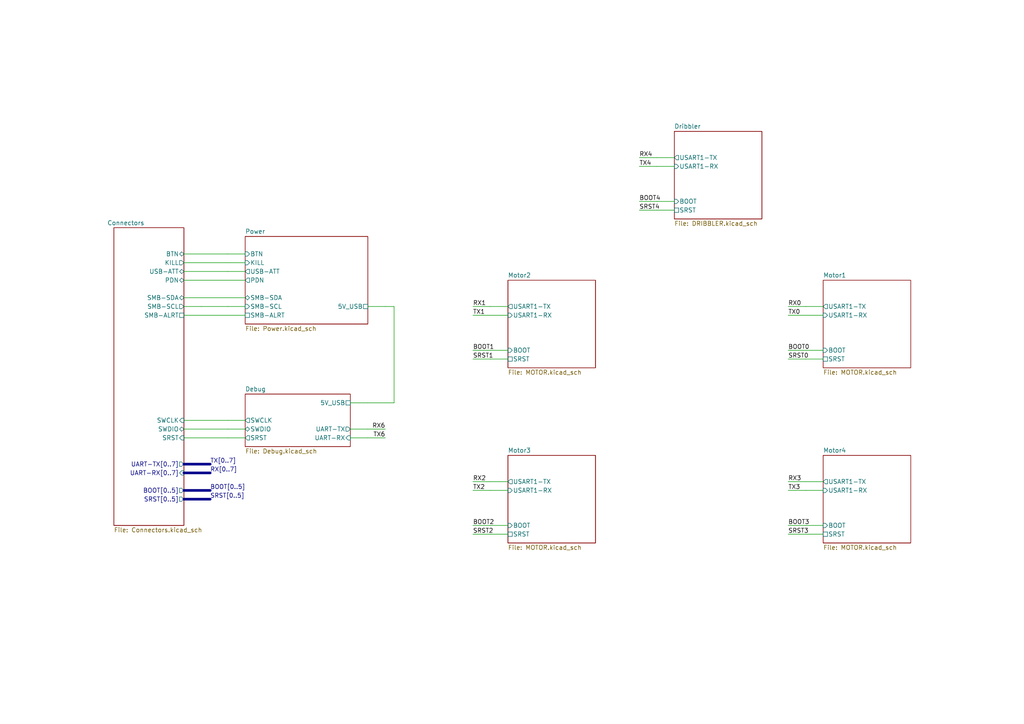
<source format=kicad_sch>
(kicad_sch
	(version 20250114)
	(generator "eeschema")
	(generator_version "9.0")
	(uuid "79f26ed0-534b-4e1a-bd50-756791f4dd9a")
	(paper "A4")
	(lib_symbols)
	(wire
		(pts
			(xy 147.32 154.94) (xy 142.24 154.94)
		)
		(stroke
			(width 0)
			(type default)
		)
		(uuid "0018bb53-0ed4-4570-85ff-48ff787d44d2")
	)
	(wire
		(pts
			(xy 137.16 104.14) (xy 142.24 104.14)
		)
		(stroke
			(width 0.1524)
			(type solid)
		)
		(uuid "04b47737-97ff-4129-9261-2e1431d339b1")
	)
	(wire
		(pts
			(xy 147.32 88.9) (xy 142.24 88.9)
		)
		(stroke
			(width 0)
			(type default)
		)
		(uuid "0733a441-af93-43b0-8413-5633601ca8bc")
	)
	(wire
		(pts
			(xy 147.32 104.14) (xy 142.24 104.14)
		)
		(stroke
			(width 0)
			(type default)
		)
		(uuid "0819bd61-fdf3-4a19-ac0e-f1aa11f8d66d")
	)
	(wire
		(pts
			(xy 71.12 86.36) (xy 66.04 86.36)
		)
		(stroke
			(width 0)
			(type default)
		)
		(uuid "0886c56d-b145-4fe1-aaf8-a6ab05995431")
	)
	(wire
		(pts
			(xy 53.34 86.36) (xy 66.04 86.36)
		)
		(stroke
			(width 0.1524)
			(type solid)
		)
		(uuid "0c2cdbb7-ed6f-49d6-a6f2-f7f936d48c69")
	)
	(wire
		(pts
			(xy 228.6 91.44) (xy 233.68 91.44)
		)
		(stroke
			(width 0.1524)
			(type solid)
		)
		(uuid "0ced4a12-a56d-4a22-b585-3d7826501049")
	)
	(wire
		(pts
			(xy 228.6 152.4) (xy 233.68 152.4)
		)
		(stroke
			(width 0.1524)
			(type solid)
		)
		(uuid "0f59105b-5049-48a4-a5f6-156d6c46a3de")
	)
	(wire
		(pts
			(xy 137.16 154.94) (xy 142.24 154.94)
		)
		(stroke
			(width 0.1524)
			(type solid)
		)
		(uuid "1055ffcb-5871-4335-b468-ce2021e3e12c")
	)
	(wire
		(pts
			(xy 53.34 76.2) (xy 66.04 76.2)
		)
		(stroke
			(width 0.1524)
			(type solid)
		)
		(uuid "1248fb66-361a-4cee-a3b8-d867abddfcb5")
	)
	(wire
		(pts
			(xy 185.42 45.72) (xy 190.5 45.72)
		)
		(stroke
			(width 0.1524)
			(type solid)
		)
		(uuid "156baee6-f445-4f3e-8831-b5a360f15050")
	)
	(wire
		(pts
			(xy 195.58 45.72) (xy 190.5 45.72)
		)
		(stroke
			(width 0)
			(type default)
		)
		(uuid "16a64bca-7357-4fad-92b2-1c05cb218e33")
	)
	(wire
		(pts
			(xy 53.34 121.92) (xy 66.04 121.92)
		)
		(stroke
			(width 0.1524)
			(type solid)
		)
		(uuid "1ab8ef96-8c6c-4d2d-b762-7e44b4b4aa8c")
	)
	(bus
		(pts
			(xy 53.34 144.78) (xy 60.96 144.78)
		)
		(stroke
			(width 0.762)
			(type solid)
		)
		(uuid "1d22ebbd-26ae-470b-9f78-1bd9904f960c")
	)
	(wire
		(pts
			(xy 147.32 101.6) (xy 142.24 101.6)
		)
		(stroke
			(width 0)
			(type default)
		)
		(uuid "20c88644-b07b-4489-b708-141a2668888e")
	)
	(bus
		(pts
			(xy 53.34 142.24) (xy 60.96 142.24)
		)
		(stroke
			(width 0.762)
			(type solid)
		)
		(uuid "24e9cf41-b35f-4538-ac48-1713ffb43bef")
	)
	(wire
		(pts
			(xy 101.6 116.84) (xy 106.68 116.84)
		)
		(stroke
			(width 0)
			(type default)
		)
		(uuid "27dd683e-32ca-4a05-807e-1804c5ee478a")
	)
	(wire
		(pts
			(xy 195.58 60.96) (xy 190.5 60.96)
		)
		(stroke
			(width 0)
			(type default)
		)
		(uuid "28f3d808-46f1-4466-ac78-e19c6a8b27e3")
	)
	(wire
		(pts
			(xy 71.12 127) (xy 66.04 127)
		)
		(stroke
			(width 0)
			(type default)
		)
		(uuid "32f635cb-5283-4fb7-8938-777980d76a7c")
	)
	(wire
		(pts
			(xy 238.76 88.9) (xy 233.68 88.9)
		)
		(stroke
			(width 0)
			(type default)
		)
		(uuid "36c52b9c-e197-43df-bc7e-875297fc7f9b")
	)
	(wire
		(pts
			(xy 228.6 154.94) (xy 233.68 154.94)
		)
		(stroke
			(width 0.1524)
			(type solid)
		)
		(uuid "41810bc1-5778-49fe-a7fe-0154fe79a73e")
	)
	(wire
		(pts
			(xy 137.16 91.44) (xy 142.24 91.44)
		)
		(stroke
			(width 0.1524)
			(type solid)
		)
		(uuid "483edead-8ff2-4f0e-877c-3abe4f22ccfa")
	)
	(wire
		(pts
			(xy 71.12 124.46) (xy 66.04 124.46)
		)
		(stroke
			(width 0)
			(type default)
		)
		(uuid "4f0729b0-2da8-4753-a141-204b0cb8df02")
	)
	(wire
		(pts
			(xy 137.16 142.24) (xy 142.24 142.24)
		)
		(stroke
			(width 0.1524)
			(type solid)
		)
		(uuid "4f2d7f7c-b81d-4b92-b65c-9b5d8b50e771")
	)
	(wire
		(pts
			(xy 53.34 73.66) (xy 66.04 73.66)
		)
		(stroke
			(width 0.1524)
			(type solid)
		)
		(uuid "52f0cab5-2318-4255-be45-bd3caf6dcae3")
	)
	(wire
		(pts
			(xy 53.34 88.9) (xy 58.42 88.9)
		)
		(stroke
			(width 0)
			(type default)
		)
		(uuid "55eb4c1b-6d27-4a3c-a1d8-248943ec54e8")
	)
	(wire
		(pts
			(xy 238.76 152.4) (xy 233.68 152.4)
		)
		(stroke
			(width 0)
			(type default)
		)
		(uuid "58492ed9-2dc6-4808-a6fb-d197bb36cc7a")
	)
	(wire
		(pts
			(xy 147.32 91.44) (xy 142.24 91.44)
		)
		(stroke
			(width 0)
			(type default)
		)
		(uuid "5c2ce944-4333-42a0-95fd-f69920c99054")
	)
	(wire
		(pts
			(xy 238.76 142.24) (xy 233.68 142.24)
		)
		(stroke
			(width 0)
			(type default)
		)
		(uuid "675b1795-bd92-41a5-92ae-4cd6a5919b5a")
	)
	(wire
		(pts
			(xy 185.42 60.96) (xy 190.5 60.96)
		)
		(stroke
			(width 0.1524)
			(type solid)
		)
		(uuid "742b6981-4856-450c-8492-890c77cadec2")
	)
	(wire
		(pts
			(xy 53.34 127) (xy 66.04 127)
		)
		(stroke
			(width 0.1524)
			(type solid)
		)
		(uuid "76cc7c6f-2c6b-4b1c-b897-2def77c12fa8")
	)
	(wire
		(pts
			(xy 106.68 127) (xy 111.76 127)
		)
		(stroke
			(width 0.1524)
			(type solid)
		)
		(uuid "7a6fc956-759b-4ed8-865f-1a54031099f3")
	)
	(wire
		(pts
			(xy 71.12 121.92) (xy 66.04 121.92)
		)
		(stroke
			(width 0)
			(type default)
		)
		(uuid "7b277eb0-9db3-44dc-a91b-1b4317a2f8d0")
	)
	(wire
		(pts
			(xy 71.12 91.44) (xy 66.04 91.44)
		)
		(stroke
			(width 0)
			(type default)
		)
		(uuid "7d9388a7-35fd-48e0-a550-83f1c522e4f4")
	)
	(wire
		(pts
			(xy 195.58 58.42) (xy 190.5 58.42)
		)
		(stroke
			(width 0)
			(type default)
		)
		(uuid "821aee21-ff86-46c0-af31-f6d39acb68e2")
	)
	(wire
		(pts
			(xy 147.32 142.24) (xy 142.24 142.24)
		)
		(stroke
			(width 0)
			(type default)
		)
		(uuid "83127a59-328a-48e4-8b33-ccf2c19717b2")
	)
	(wire
		(pts
			(xy 238.76 91.44) (xy 233.68 91.44)
		)
		(stroke
			(width 0)
			(type default)
		)
		(uuid "84a3768d-55df-4ee0-8dc9-9ff19de803b1")
	)
	(wire
		(pts
			(xy 101.6 124.46) (xy 106.68 124.46)
		)
		(stroke
			(width 0)
			(type default)
		)
		(uuid "84a4b580-0ee2-4cb8-b4ed-413f12f0211d")
	)
	(wire
		(pts
			(xy 238.76 101.6) (xy 233.68 101.6)
		)
		(stroke
			(width 0)
			(type default)
		)
		(uuid "84eab5cc-8ebb-49c1-bab6-b4f7f6975472")
	)
	(wire
		(pts
			(xy 53.34 91.44) (xy 66.04 91.44)
		)
		(stroke
			(width 0.1524)
			(type solid)
		)
		(uuid "8ee3f6b9-91e9-4439-a5b1-1e90adf5312e")
	)
	(wire
		(pts
			(xy 53.34 81.28) (xy 66.04 81.28)
		)
		(stroke
			(width 0.1524)
			(type solid)
		)
		(uuid "90d332e8-cf95-48c4-bc49-eb84cfc138a1")
	)
	(bus
		(pts
			(xy 53.34 134.62) (xy 60.96 134.62)
		)
		(stroke
			(width 0.762)
			(type solid)
		)
		(uuid "92b616fb-978c-463f-a222-2080b9ba05fe")
	)
	(wire
		(pts
			(xy 137.16 139.7) (xy 142.24 139.7)
		)
		(stroke
			(width 0.1524)
			(type solid)
		)
		(uuid "963d1c20-d4fd-4ac7-89b3-d377f896b400")
	)
	(wire
		(pts
			(xy 71.12 78.74) (xy 66.04 78.74)
		)
		(stroke
			(width 0)
			(type default)
		)
		(uuid "967607df-a314-4308-a4af-5fb2868dd527")
	)
	(wire
		(pts
			(xy 147.32 152.4) (xy 142.24 152.4)
		)
		(stroke
			(width 0)
			(type default)
		)
		(uuid "9e28a840-9e4e-4e82-9832-44b2705e293b")
	)
	(wire
		(pts
			(xy 101.6 127) (xy 106.68 127)
		)
		(stroke
			(width 0)
			(type default)
		)
		(uuid "a19c83bd-a47b-487c-9071-489441d304bf")
	)
	(wire
		(pts
			(xy 228.6 139.7) (xy 233.68 139.7)
		)
		(stroke
			(width 0.1524)
			(type solid)
		)
		(uuid "a387fc36-d01c-4584-bd39-8ca535debf35")
	)
	(wire
		(pts
			(xy 114.3 116.84) (xy 106.68 116.84)
		)
		(stroke
			(width 0.1524)
			(type solid)
		)
		(uuid "a8927f6d-d15b-4c38-86f2-e65a4dd5d21e")
	)
	(wire
		(pts
			(xy 71.12 88.9) (xy 66.04 88.9)
		)
		(stroke
			(width 0)
			(type default)
		)
		(uuid "aa1f1f52-8d53-4e29-8006-05c4ede2ee62")
	)
	(wire
		(pts
			(xy 185.42 58.42) (xy 190.5 58.42)
		)
		(stroke
			(width 0.1524)
			(type solid)
		)
		(uuid "ad92e86c-de4c-4e88-8237-dc1ecbb47f04")
	)
	(wire
		(pts
			(xy 106.68 124.46) (xy 111.76 124.46)
		)
		(stroke
			(width 0.1524)
			(type solid)
		)
		(uuid "af345663-898d-49d5-a582-232dab49644b")
	)
	(wire
		(pts
			(xy 238.76 139.7) (xy 233.68 139.7)
		)
		(stroke
			(width 0)
			(type default)
		)
		(uuid "b67c5e37-58d1-4838-825d-4667c1659aae")
	)
	(wire
		(pts
			(xy 238.76 154.94) (xy 233.68 154.94)
		)
		(stroke
			(width 0)
			(type default)
		)
		(uuid "b867e324-62e9-4c42-b9e4-88777cfc558a")
	)
	(wire
		(pts
			(xy 71.12 81.28) (xy 66.04 81.28)
		)
		(stroke
			(width 0)
			(type default)
		)
		(uuid "b9e17b37-b232-4263-a9ce-9ac1d6fc3a50")
	)
	(wire
		(pts
			(xy 147.32 139.7) (xy 142.24 139.7)
		)
		(stroke
			(width 0)
			(type default)
		)
		(uuid "ba708528-251e-4e29-ac1b-06473f9e5648")
	)
	(wire
		(pts
			(xy 111.76 88.9) (xy 114.3 88.9)
		)
		(stroke
			(width 0.1524)
			(type solid)
		)
		(uuid "be29b184-d94e-4c94-8b1a-d441cb690e6c")
	)
	(wire
		(pts
			(xy 228.6 88.9) (xy 233.68 88.9)
		)
		(stroke
			(width 0.1524)
			(type solid)
		)
		(uuid "bf90cff3-7c8e-47e0-829d-53ad48291c46")
	)
	(wire
		(pts
			(xy 71.12 73.66) (xy 66.04 73.66)
		)
		(stroke
			(width 0)
			(type default)
		)
		(uuid "bfc9690b-1f5d-4ae5-903d-f2a967234dda")
	)
	(wire
		(pts
			(xy 114.3 88.9) (xy 114.3 116.84)
		)
		(stroke
			(width 0.1524)
			(type solid)
		)
		(uuid "c18eea05-5e8c-4dd4-8192-9a743c57d1b9")
	)
	(wire
		(pts
			(xy 238.76 104.14) (xy 233.68 104.14)
		)
		(stroke
			(width 0)
			(type default)
		)
		(uuid "cc89e13a-dd08-4f0a-8e5e-e8058d4f5878")
	)
	(bus
		(pts
			(xy 53.34 137.16) (xy 60.96 137.16)
		)
		(stroke
			(width 0.762)
			(type solid)
		)
		(uuid "cdd9f68f-d007-411f-b9fc-bcff093a130e")
	)
	(wire
		(pts
			(xy 228.6 142.24) (xy 233.68 142.24)
		)
		(stroke
			(width 0.1524)
			(type solid)
		)
		(uuid "d018a33d-9f05-4900-a561-ffd811b12bcb")
	)
	(wire
		(pts
			(xy 137.16 88.9) (xy 142.24 88.9)
		)
		(stroke
			(width 0.1524)
			(type solid)
		)
		(uuid "d5237cc0-ba72-486a-a5d7-50904035917e")
	)
	(wire
		(pts
			(xy 137.16 152.4) (xy 142.24 152.4)
		)
		(stroke
			(width 0.1524)
			(type solid)
		)
		(uuid "db3b95c7-918e-4e03-8fe6-660a41a96402")
	)
	(wire
		(pts
			(xy 185.42 48.26) (xy 190.5 48.26)
		)
		(stroke
			(width 0.1524)
			(type solid)
		)
		(uuid "e39d2519-0993-44b3-ab2b-995efa51ddca")
	)
	(wire
		(pts
			(xy 137.16 101.6) (xy 142.24 101.6)
		)
		(stroke
			(width 0.1524)
			(type solid)
		)
		(uuid "e402211c-a0ca-480d-87d4-7781ab7eb5c6")
	)
	(wire
		(pts
			(xy 228.6 104.14) (xy 233.68 104.14)
		)
		(stroke
			(width 0.1524)
			(type solid)
		)
		(uuid "e4c22551-85e3-4ed5-b7bb-c0bfe246a937")
	)
	(wire
		(pts
			(xy 58.42 88.9) (xy 66.04 88.9)
		)
		(stroke
			(width 0.1524)
			(type solid)
		)
		(uuid "e9c104e9-c0b2-4717-9833-6151e412a5f7")
	)
	(wire
		(pts
			(xy 195.58 48.26) (xy 190.5 48.26)
		)
		(stroke
			(width 0)
			(type default)
		)
		(uuid "ed69ecb6-3c06-4f63-b651-ebb74db340cb")
	)
	(wire
		(pts
			(xy 106.68 88.9) (xy 111.76 88.9)
		)
		(stroke
			(width 0)
			(type default)
		)
		(uuid "ed983160-e8f9-4c36-ba62-795d1cfbfb39")
	)
	(wire
		(pts
			(xy 71.12 76.2) (xy 66.04 76.2)
		)
		(stroke
			(width 0)
			(type default)
		)
		(uuid "f00c7fd7-333f-4867-974b-382d562129ff")
	)
	(wire
		(pts
			(xy 53.34 78.74) (xy 66.04 78.74)
		)
		(stroke
			(width 0.1524)
			(type solid)
		)
		(uuid "f0e396e6-75c7-46c9-9b43-82f2ce9ed069")
	)
	(wire
		(pts
			(xy 53.34 124.46) (xy 66.04 124.46)
		)
		(stroke
			(width 0.1524)
			(type solid)
		)
		(uuid "fdd968a9-d3d5-4728-bc2e-aa6ccaa8e73e")
	)
	(wire
		(pts
			(xy 228.6 101.6) (xy 233.68 101.6)
		)
		(stroke
			(width 0.1524)
			(type solid)
		)
		(uuid "fe18b6cc-fdcd-4ac2-9e1f-d5cf4d39b7b1")
	)
	(label "SRST[0..5]"
		(at 60.96 144.78 0)
		(effects
			(font
				(size 1.2446 1.2446)
			)
			(justify left bottom)
		)
		(uuid "0e5195a9-a81f-4a7a-bec0-8c9a172f1fd9")
	)
	(label "BOOT1"
		(at 137.16 101.6 0)
		(effects
			(font
				(size 1.2446 1.2446)
			)
			(justify left bottom)
		)
		(uuid "315072da-7733-472b-b47f-042d0580d5af")
	)
	(label "TX6"
		(at 111.76 127 180)
		(effects
			(font
				(size 1.2446 1.2446)
			)
			(justify right bottom)
		)
		(uuid "3366d099-2762-480b-a1dc-7007ee49f9cd")
	)
	(label "BOOT0"
		(at 228.6 101.6 0)
		(effects
			(font
				(size 1.2446 1.2446)
			)
			(justify left bottom)
		)
		(uuid "3607e0ae-91c6-4510-b5c9-5ad7ee388fb4")
	)
	(label "RX1"
		(at 137.16 88.9 0)
		(effects
			(font
				(size 1.2446 1.2446)
			)
			(justify left bottom)
		)
		(uuid "36e84120-a741-466c-8fad-00637f1fed25")
	)
	(label "BOOT[0..5]"
		(at 60.96 142.24 0)
		(effects
			(font
				(size 1.2446 1.2446)
			)
			(justify left bottom)
		)
		(uuid "3e170ec2-4512-414a-8052-531fcc5ec742")
	)
	(label "BOOT4"
		(at 185.42 58.42 0)
		(effects
			(font
				(size 1.2446 1.2446)
			)
			(justify left bottom)
		)
		(uuid "40425847-514a-4100-a4eb-65315fae6fd6")
	)
	(label "RX2"
		(at 137.16 139.7 0)
		(effects
			(font
				(size 1.2446 1.2446)
			)
			(justify left bottom)
		)
		(uuid "45c59e39-23cf-4fae-a060-252109e2f796")
	)
	(label "SRST1"
		(at 137.16 104.14 0)
		(effects
			(font
				(size 1.2446 1.2446)
			)
			(justify left bottom)
		)
		(uuid "4f986b80-72ea-4d8e-b923-dc1045e4353d")
	)
	(label "TX0"
		(at 228.6 91.44 0)
		(effects
			(font
				(size 1.2446 1.2446)
			)
			(justify left bottom)
		)
		(uuid "5128963a-686f-4d70-9ac3-1a92f1549734")
	)
	(label "TX[0..7]"
		(at 60.96 134.62 0)
		(effects
			(font
				(size 1.2446 1.2446)
			)
			(justify left bottom)
		)
		(uuid "5c04c5b8-9ccf-4500-891d-211c65d6fc3c")
	)
	(label "RX6"
		(at 111.76 124.46 180)
		(effects
			(font
				(size 1.2446 1.2446)
			)
			(justify right bottom)
		)
		(uuid "5da0b06e-1cc6-465b-aafc-4bbbf2f23a92")
	)
	(label "RX4"
		(at 185.42 45.72 0)
		(effects
			(font
				(size 1.2446 1.2446)
			)
			(justify left bottom)
		)
		(uuid "60e7dd34-ad1d-47d5-b1af-4cd04f1a9c1a")
	)
	(label "RX[0..7]"
		(at 60.96 137.16 0)
		(effects
			(font
				(size 1.2446 1.2446)
			)
			(justify left bottom)
		)
		(uuid "6166f852-6b12-4e60-a0d9-e6ce71ac58bb")
	)
	(label "SRST0"
		(at 228.6 104.14 0)
		(effects
			(font
				(size 1.2446 1.2446)
			)
			(justify left bottom)
		)
		(uuid "660845e3-16f8-4ace-854b-ff6dde71e50c")
	)
	(label "TX3"
		(at 228.6 142.24 0)
		(effects
			(font
				(size 1.2446 1.2446)
			)
			(justify left bottom)
		)
		(uuid "683157a2-3d58-45bb-b742-e95174645203")
	)
	(label "RX3"
		(at 228.6 139.7 0)
		(effects
			(font
				(size 1.2446 1.2446)
			)
			(justify left bottom)
		)
		(uuid "76faba4d-32f0-4fab-a91d-91b3dfa21c1e")
	)
	(label "BOOT3"
		(at 228.6 152.4 0)
		(effects
			(font
				(size 1.2446 1.2446)
			)
			(justify left bottom)
		)
		(uuid "88818e4d-b370-495c-a4f7-1e510dba45b4")
	)
	(label "TX1"
		(at 137.16 91.44 0)
		(effects
			(font
				(size 1.2446 1.2446)
			)
			(justify left bottom)
		)
		(uuid "8ad5cab3-5d3e-4a71-a57e-adcb95494e67")
	)
	(label "SRST3"
		(at 228.6 154.94 0)
		(effects
			(font
				(size 1.2446 1.2446)
			)
			(justify left bottom)
		)
		(uuid "93644fed-00be-42ca-8769-c6de0647e4a5")
	)
	(label "SRST4"
		(at 185.42 60.96 0)
		(effects
			(font
				(size 1.2446 1.2446)
			)
			(justify left bottom)
		)
		(uuid "b0f1b406-8dd0-4bb2-96e9-c25a6555c146")
	)
	(label "TX4"
		(at 185.42 48.26 0)
		(effects
			(font
				(size 1.2446 1.2446)
			)
			(justify left bottom)
		)
		(uuid "b4d8bcb4-1ef0-4121-ab01-c453cbe9c738")
	)
	(label "RX0"
		(at 228.6 88.9 0)
		(effects
			(font
				(size 1.2446 1.2446)
			)
			(justify left bottom)
		)
		(uuid "b8cfc717-9bb6-40f6-872a-5467f7eaeb45")
	)
	(label "BOOT2"
		(at 137.16 152.4 0)
		(effects
			(font
				(size 1.2446 1.2446)
			)
			(justify left bottom)
		)
		(uuid "c263d306-27da-4067-a545-2782571b023b")
	)
	(label "TX2"
		(at 137.16 142.24 0)
		(effects
			(font
				(size 1.2446 1.2446)
			)
			(justify left bottom)
		)
		(uuid "da754bde-c03a-44dc-b69f-8dc07272958e")
	)
	(label "SRST2"
		(at 137.16 154.94 0)
		(effects
			(font
				(size 1.2446 1.2446)
			)
			(justify left bottom)
		)
		(uuid "db6a0fee-de7e-47cd-8eb1-5f93393728be")
	)
	(sheet
		(at 71.12 68.58)
		(size 35.56 25.4)
		(exclude_from_sim no)
		(in_bom yes)
		(on_board yes)
		(dnp no)
		(fields_autoplaced yes)
		(stroke
			(width 0)
			(type solid)
		)
		(fill
			(color 0 0 0 0.0000)
		)
		(uuid "101f2a24-22c6-467a-bcf2-f694ea82e1e3")
		(property "Sheetname" "Power"
			(at 71.12 67.8684 0)
			(effects
				(font
					(size 1.27 1.27)
				)
				(justify left bottom)
			)
		)
		(property "Sheetfile" "Power.kicad_sch"
			(at 71.12 94.5646 0)
			(effects
				(font
					(size 1.27 1.27)
				)
				(justify left top)
			)
		)
		(pin "5V_USB" passive
			(at 106.68 88.9 0)
			(uuid "05540305-d480-458a-9442-efcc0f9d5064")
			(effects
				(font
					(size 1.27 1.27)
				)
				(justify right)
			)
		)
		(pin "BTN" input
			(at 71.12 73.66 180)
			(uuid "9522c6eb-298f-40b7-895f-49ea06a757a2")
			(effects
				(font
					(size 1.27 1.27)
				)
				(justify left)
			)
		)
		(pin "KILL" input
			(at 71.12 76.2 180)
			(uuid "cfc7cec5-98f1-400c-8bef-5939355ee3c6")
			(effects
				(font
					(size 1.27 1.27)
				)
				(justify left)
			)
		)
		(pin "PDN" output
			(at 71.12 81.28 180)
			(uuid "ae122442-e586-475e-8efb-7a895e851ab1")
			(effects
				(font
					(size 1.27 1.27)
				)
				(justify left)
			)
		)
		(pin "SMB-ALRT" passive
			(at 71.12 91.44 180)
			(uuid "ec5a0511-19df-473b-afaf-44c4e40c7f7c")
			(effects
				(font
					(size 1.27 1.27)
				)
				(justify left)
			)
		)
		(pin "SMB-SCL" input
			(at 71.12 88.9 180)
			(uuid "9ff698d8-4efc-4ba6-af00-54f5a286bf9b")
			(effects
				(font
					(size 1.27 1.27)
				)
				(justify left)
			)
		)
		(pin "SMB-SDA" bidirectional
			(at 71.12 86.36 180)
			(uuid "9a9dfa90-78c7-4086-a962-96334f8be142")
			(effects
				(font
					(size 1.27 1.27)
				)
				(justify left)
			)
		)
		(pin "USB-ATT" output
			(at 71.12 78.74 180)
			(uuid "0eb8a532-3853-424c-99ff-535e7029d45f")
			(effects
				(font
					(size 1.27 1.27)
				)
				(justify left)
			)
		)
		(instances
			(project "Powerboard v1"
				(path "/79f26ed0-534b-4e1a-bd50-756791f4dd9a"
					(page "9")
				)
			)
		)
	)
	(sheet
		(at 147.32 81.28)
		(size 25.4 25.4)
		(exclude_from_sim no)
		(in_bom yes)
		(on_board yes)
		(dnp no)
		(fields_autoplaced yes)
		(stroke
			(width 0)
			(type solid)
		)
		(fill
			(color 0 0 0 0.0000)
		)
		(uuid "3573daf7-a8b3-41f7-8db6-ee53ff476af9")
		(property "Sheetname" "Motor2"
			(at 147.32 80.5684 0)
			(effects
				(font
					(size 1.27 1.27)
				)
				(justify left bottom)
			)
		)
		(property "Sheetfile" "MOTOR.kicad_sch"
			(at 147.32 107.2646 0)
			(effects
				(font
					(size 1.27 1.27)
				)
				(justify left top)
			)
		)
		(pin "BOOT" input
			(at 147.32 101.6 180)
			(uuid "84d07846-db34-49d6-8c4e-f9b62e355ced")
			(effects
				(font
					(size 1.27 1.27)
				)
				(justify left)
			)
		)
		(pin "SRST" passive
			(at 147.32 104.14 180)
			(uuid "957af158-c0d5-4a65-8bfe-eca5b8ed28ce")
			(effects
				(font
					(size 1.27 1.27)
				)
				(justify left)
			)
		)
		(pin "USART1-RX" input
			(at 147.32 91.44 180)
			(uuid "a29e9659-82a9-4d24-9278-f5d2fe4df701")
			(effects
				(font
					(size 1.27 1.27)
				)
				(justify left)
			)
		)
		(pin "USART1-TX" output
			(at 147.32 88.9 180)
			(uuid "47da8bd1-148a-492d-bcc7-76eaf8a3beb9")
			(effects
				(font
					(size 1.27 1.27)
				)
				(justify left)
			)
		)
		(instances
			(project "Powerboard v1"
				(path "/79f26ed0-534b-4e1a-bd50-756791f4dd9a"
					(page "6")
				)
			)
		)
	)
	(sheet
		(at 147.32 132.08)
		(size 25.4 25.4)
		(exclude_from_sim no)
		(in_bom yes)
		(on_board yes)
		(dnp no)
		(fields_autoplaced yes)
		(stroke
			(width 0)
			(type solid)
		)
		(fill
			(color 0 0 0 0.0000)
		)
		(uuid "6be7c87c-47ce-4c5f-8964-2f225a980280")
		(property "Sheetname" "Motor3"
			(at 147.32 131.3684 0)
			(effects
				(font
					(size 1.27 1.27)
				)
				(justify left bottom)
			)
		)
		(property "Sheetfile" "MOTOR.kicad_sch"
			(at 147.32 158.0646 0)
			(effects
				(font
					(size 1.27 1.27)
				)
				(justify left top)
			)
		)
		(pin "BOOT" input
			(at 147.32 152.4 180)
			(uuid "3df09d23-6e84-4c2a-83cc-5b1197865d4a")
			(effects
				(font
					(size 1.27 1.27)
				)
				(justify left)
			)
		)
		(pin "SRST" passive
			(at 147.32 154.94 180)
			(uuid "ed7b6b1b-61d4-4c2e-8fcd-c0fddcdb9a56")
			(effects
				(font
					(size 1.27 1.27)
				)
				(justify left)
			)
		)
		(pin "USART1-RX" input
			(at 147.32 142.24 180)
			(uuid "f2ab1c2e-7caf-4dc9-a3f9-c4597ade27bd")
			(effects
				(font
					(size 1.27 1.27)
				)
				(justify left)
			)
		)
		(pin "USART1-TX" output
			(at 147.32 139.7 180)
			(uuid "e126d2ae-630f-474b-8b58-e31d1b869754")
			(effects
				(font
					(size 1.27 1.27)
				)
				(justify left)
			)
		)
		(instances
			(project "Powerboard v1"
				(path "/79f26ed0-534b-4e1a-bd50-756791f4dd9a"
					(page "7")
				)
			)
		)
	)
	(sheet
		(at 195.58 38.1)
		(size 25.4 25.4)
		(exclude_from_sim no)
		(in_bom yes)
		(on_board yes)
		(dnp no)
		(fields_autoplaced yes)
		(stroke
			(width 0)
			(type solid)
		)
		(fill
			(color 0 0 0 0.0000)
		)
		(uuid "87af9111-66d4-40ba-b70d-5a39b1294d9a")
		(property "Sheetname" "Dribbler"
			(at 195.58 37.3884 0)
			(effects
				(font
					(size 1.27 1.27)
				)
				(justify left bottom)
			)
		)
		(property "Sheetfile" "DRIBBLER.kicad_sch"
			(at 195.58 64.0846 0)
			(effects
				(font
					(size 1.27 1.27)
				)
				(justify left top)
			)
		)
		(pin "BOOT" input
			(at 195.58 58.42 180)
			(uuid "04fd7ad9-b164-48ed-afe2-9403968d5978")
			(effects
				(font
					(size 1.27 1.27)
				)
				(justify left)
			)
		)
		(pin "SRST" passive
			(at 195.58 60.96 180)
			(uuid "f1c69162-e234-438c-9e1c-d61148a2938b")
			(effects
				(font
					(size 1.27 1.27)
				)
				(justify left)
			)
		)
		(pin "USART1-RX" input
			(at 195.58 48.26 180)
			(uuid "0fdfb71c-9372-4fd7-85b5-86493cfdfc3d")
			(effects
				(font
					(size 1.27 1.27)
				)
				(justify left)
			)
		)
		(pin "USART1-TX" output
			(at 195.58 45.72 180)
			(uuid "21321081-8c17-4473-8467-e56b8e1d778b")
			(effects
				(font
					(size 1.27 1.27)
				)
				(justify left)
			)
		)
		(instances
			(project "Powerboard v1"
				(path "/79f26ed0-534b-4e1a-bd50-756791f4dd9a"
					(page "4")
				)
			)
		)
	)
	(sheet
		(at 238.76 81.28)
		(size 25.4 25.4)
		(exclude_from_sim no)
		(in_bom yes)
		(on_board yes)
		(dnp no)
		(fields_autoplaced yes)
		(stroke
			(width 0)
			(type solid)
		)
		(fill
			(color 0 0 0 0.0000)
		)
		(uuid "9bb9badb-fce4-480f-8827-52255b342482")
		(property "Sheetname" "Motor1"
			(at 238.76 80.5684 0)
			(effects
				(font
					(size 1.27 1.27)
				)
				(justify left bottom)
			)
		)
		(property "Sheetfile" "MOTOR.kicad_sch"
			(at 238.76 107.2646 0)
			(effects
				(font
					(size 1.27 1.27)
				)
				(justify left top)
			)
		)
		(pin "BOOT" input
			(at 238.76 101.6 180)
			(uuid "857cff1c-e007-42d8-b25f-567f4af8f33b")
			(effects
				(font
					(size 1.27 1.27)
				)
				(justify left)
			)
		)
		(pin "SRST" passive
			(at 238.76 104.14 180)
			(uuid "07ffd366-fda5-4e98-84f4-86ff44f44997")
			(effects
				(font
					(size 1.27 1.27)
				)
				(justify left)
			)
		)
		(pin "USART1-RX" input
			(at 238.76 91.44 180)
			(uuid "406ffbf1-76db-4e77-b4ed-cccedf241a22")
			(effects
				(font
					(size 1.27 1.27)
				)
				(justify left)
			)
		)
		(pin "USART1-TX" output
			(at 238.76 88.9 180)
			(uuid "f281f870-5de0-46e3-96b6-48e72bc3c401")
			(effects
				(font
					(size 1.27 1.27)
				)
				(justify left)
			)
		)
		(instances
			(project "Powerboard v1"
				(path "/79f26ed0-534b-4e1a-bd50-756791f4dd9a"
					(page "5")
				)
			)
		)
	)
	(sheet
		(at 33.02 66.04)
		(size 20.32 86.36)
		(exclude_from_sim no)
		(in_bom yes)
		(on_board yes)
		(dnp no)
		(stroke
			(width 0)
			(type solid)
		)
		(fill
			(color 0 0 0 0.0000)
		)
		(uuid "b3d237ab-b75b-4184-8a48-2656d0e7fc96")
		(property "Sheetname" "Connectors"
			(at 31.115 65.405 0)
			(effects
				(font
					(size 1.27 1.27)
				)
				(justify left bottom)
			)
		)
		(property "Sheetfile" "Connectors.kicad_sch"
			(at 33.02 152.9846 0)
			(effects
				(font
					(size 1.27 1.27)
				)
				(justify left top)
			)
		)
		(pin "BOOT[0..5]" output
			(at 53.34 142.24 0)
			(uuid "c6ce67e4-4b59-460a-9071-dfcfba027fca")
			(effects
				(font
					(size 1.27 1.27)
				)
				(justify right)
			)
		)
		(pin "BTN" bidirectional
			(at 53.34 73.66 0)
			(uuid "006ac702-d501-4699-b90d-c6367a1cb807")
			(effects
				(font
					(size 1.27 1.27)
				)
				(justify right)
			)
		)
		(pin "KILL" output
			(at 53.34 76.2 0)
			(uuid "ca61fc6a-eb46-41ab-8ed0-658aed2f8d11")
			(effects
				(font
					(size 1.27 1.27)
				)
				(justify right)
			)
		)
		(pin "PDN" bidirectional
			(at 53.34 81.28 0)
			(uuid "b81a9f44-f221-4662-8f1c-23f3b948a725")
			(effects
				(font
					(size 1.27 1.27)
				)
				(justify right)
			)
		)
		(pin "SMB-ALRT" passive
			(at 53.34 91.44 0)
			(uuid "62eef6fb-a958-454c-8f8e-8fcaf822b10e")
			(effects
				(font
					(size 1.27 1.27)
				)
				(justify right)
			)
		)
		(pin "SMB-SCL" output
			(at 53.34 88.9 0)
			(uuid "121ae864-2632-4e48-9ec8-bb2f53d54d13")
			(effects
				(font
					(size 1.27 1.27)
				)
				(justify right)
			)
		)
		(pin "SMB-SDA" bidirectional
			(at 53.34 86.36 0)
			(uuid "10b584b6-0b23-4c3c-8eb3-58e90faa6d21")
			(effects
				(font
					(size 1.27 1.27)
				)
				(justify right)
			)
		)
		(pin "SRST" input
			(at 53.34 127 0)
			(uuid "60ca945d-352d-4171-9f23-e2eb5ee10f9a")
			(effects
				(font
					(size 1.27 1.27)
				)
				(justify right)
			)
		)
		(pin "SRST[0..5]" output
			(at 53.34 144.78 0)
			(uuid "d2be8824-6f20-4f18-ade5-23c8700c239b")
			(effects
				(font
					(size 1.27 1.27)
				)
				(justify right)
			)
		)
		(pin "SWCLK" input
			(at 53.34 121.92 0)
			(uuid "2a76bbb8-4909-4d96-b6d9-98b2c0fc6720")
			(effects
				(font
					(size 1.27 1.27)
				)
				(justify right)
			)
		)
		(pin "SWDIO" bidirectional
			(at 53.34 124.46 0)
			(uuid "4c62c2c7-f259-46e3-a4a7-6576d7951388")
			(effects
				(font
					(size 1.27 1.27)
				)
				(justify right)
			)
		)
		(pin "UART-RX[0..7]" input
			(at 53.34 137.16 0)
			(uuid "6a9d0760-7d4c-42e3-9361-67625073d158")
			(effects
				(font
					(size 1.27 1.27)
				)
				(justify right)
			)
		)
		(pin "UART-TX[0..7]" output
			(at 53.34 134.62 0)
			(uuid "83d7a8ca-5049-4cf7-be21-906e0cdc1675")
			(effects
				(font
					(size 1.27 1.27)
				)
				(justify right)
			)
		)
		(pin "USB-ATT" bidirectional
			(at 53.34 78.74 0)
			(uuid "b818a17e-426b-4014-9c8e-4f084f32119e")
			(effects
				(font
					(size 1.27 1.27)
				)
				(justify right)
			)
		)
		(instances
			(project "Powerboard v1"
				(path "/79f26ed0-534b-4e1a-bd50-756791f4dd9a"
					(page "2")
				)
			)
		)
	)
	(sheet
		(at 238.76 132.08)
		(size 25.4 25.4)
		(exclude_from_sim no)
		(in_bom yes)
		(on_board yes)
		(dnp no)
		(fields_autoplaced yes)
		(stroke
			(width 0)
			(type solid)
		)
		(fill
			(color 0 0 0 0.0000)
		)
		(uuid "bcc53cbb-fa93-4935-bc99-78997f24a50d")
		(property "Sheetname" "Motor4"
			(at 238.76 131.3684 0)
			(effects
				(font
					(size 1.27 1.27)
				)
				(justify left bottom)
			)
		)
		(property "Sheetfile" "MOTOR.kicad_sch"
			(at 238.76 158.0646 0)
			(effects
				(font
					(size 1.27 1.27)
				)
				(justify left top)
			)
		)
		(pin "BOOT" input
			(at 238.76 152.4 180)
			(uuid "1ca2acd9-8d0e-44be-8775-1223d68bb837")
			(effects
				(font
					(size 1.27 1.27)
				)
				(justify left)
			)
		)
		(pin "SRST" passive
			(at 238.76 154.94 180)
			(uuid "fa1b9c45-f883-4de1-ab54-03b08ae3621e")
			(effects
				(font
					(size 1.27 1.27)
				)
				(justify left)
			)
		)
		(pin "USART1-RX" input
			(at 238.76 142.24 180)
			(uuid "f60f35b5-95e8-4f3e-8f4f-4c01c213fec6")
			(effects
				(font
					(size 1.27 1.27)
				)
				(justify left)
			)
		)
		(pin "USART1-TX" output
			(at 238.76 139.7 180)
			(uuid "77f70eac-e69c-4a3a-9b5f-16f2a13145ae")
			(effects
				(font
					(size 1.27 1.27)
				)
				(justify left)
			)
		)
		(instances
			(project "Powerboard v1"
				(path "/79f26ed0-534b-4e1a-bd50-756791f4dd9a"
					(page "8")
				)
			)
		)
	)
	(sheet
		(at 71.12 114.3)
		(size 30.48 15.24)
		(exclude_from_sim no)
		(in_bom yes)
		(on_board yes)
		(dnp no)
		(fields_autoplaced yes)
		(stroke
			(width 0)
			(type solid)
		)
		(fill
			(color 0 0 0 0.0000)
		)
		(uuid "e0cf7d07-6485-4a57-87e0-63de7ecce0d6")
		(property "Sheetname" "Debug"
			(at 71.12 113.5884 0)
			(effects
				(font
					(size 1.27 1.27)
				)
				(justify left bottom)
			)
		)
		(property "Sheetfile" "Debug.kicad_sch"
			(at 71.12 130.1246 0)
			(effects
				(font
					(size 1.27 1.27)
				)
				(justify left top)
			)
		)
		(pin "5V_USB" passive
			(at 101.6 116.84 0)
			(uuid "dacf3ae8-d2cf-46a4-8340-aba237a98f13")
			(effects
				(font
					(size 1.27 1.27)
				)
				(justify right)
			)
		)
		(pin "SRST" output
			(at 71.12 127 180)
			(uuid "692f97f9-4dfe-4612-a995-585c47fa8df3")
			(effects
				(font
					(size 1.27 1.27)
				)
				(justify left)
			)
		)
		(pin "SWCLK" output
			(at 71.12 121.92 180)
			(uuid "16caeb0c-1192-4aaa-97cf-428658e27763")
			(effects
				(font
					(size 1.27 1.27)
				)
				(justify left)
			)
		)
		(pin "SWDIO" bidirectional
			(at 71.12 124.46 180)
			(uuid "e4fd729d-619a-4145-8b44-004e0ee0c5dd")
			(effects
				(font
					(size 1.27 1.27)
				)
				(justify left)
			)
		)
		(pin "UART-RX" input
			(at 101.6 127 0)
			(uuid "c2bcd167-80a0-41ae-8c30-81dc450b86c3")
			(effects
				(font
					(size 1.27 1.27)
				)
				(justify right)
			)
		)
		(pin "UART-TX" output
			(at 101.6 124.46 0)
			(uuid "0ac5e1fb-a2c5-4771-8825-57fd1b52d96b")
			(effects
				(font
					(size 1.27 1.27)
				)
				(justify right)
			)
		)
		(instances
			(project "Powerboard v1"
				(path "/79f26ed0-534b-4e1a-bd50-756791f4dd9a"
					(page "3")
				)
			)
		)
	)
	(sheet_instances
		(path "/"
			(page "1")
		)
	)
	(embedded_fonts no)
)

</source>
